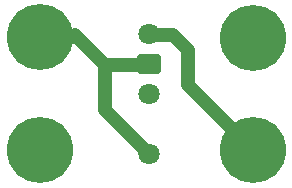
<source format=gbr>
%TF.GenerationSoftware,KiCad,Pcbnew,7.0.7*%
%TF.CreationDate,2024-03-28T13:05:56+05:30*%
%TF.ProjectId,korby,6b6f7262-792e-46b6-9963-61645f706362,rev?*%
%TF.SameCoordinates,Original*%
%TF.FileFunction,Copper,L2,Bot*%
%TF.FilePolarity,Positive*%
%FSLAX46Y46*%
G04 Gerber Fmt 4.6, Leading zero omitted, Abs format (unit mm)*
G04 Created by KiCad (PCBNEW 7.0.7) date 2024-03-28 13:05:56*
%MOMM*%
%LPD*%
G01*
G04 APERTURE LIST*
G04 Aperture macros list*
%AMRoundRect*
0 Rectangle with rounded corners*
0 $1 Rounding radius*
0 $2 $3 $4 $5 $6 $7 $8 $9 X,Y pos of 4 corners*
0 Add a 4 corners polygon primitive as box body*
4,1,4,$2,$3,$4,$5,$6,$7,$8,$9,$2,$3,0*
0 Add four circle primitives for the rounded corners*
1,1,$1+$1,$2,$3*
1,1,$1+$1,$4,$5*
1,1,$1+$1,$6,$7*
1,1,$1+$1,$8,$9*
0 Add four rect primitives between the rounded corners*
20,1,$1+$1,$2,$3,$4,$5,0*
20,1,$1+$1,$4,$5,$6,$7,0*
20,1,$1+$1,$6,$7,$8,$9,0*
20,1,$1+$1,$8,$9,$2,$3,0*%
G04 Aperture macros list end*
%TA.AperFunction,ComponentPad*%
%ADD10C,5.600000*%
%TD*%
%TA.AperFunction,ComponentPad*%
%ADD11C,1.800000*%
%TD*%
%TA.AperFunction,ComponentPad*%
%ADD12RoundRect,0.250000X0.750000X-0.600000X0.750000X0.600000X-0.750000X0.600000X-0.750000X-0.600000X0*%
%TD*%
%TA.AperFunction,ComponentPad*%
%ADD13C,1.700000*%
%TD*%
%TA.AperFunction,Conductor*%
%ADD14C,1.200000*%
%TD*%
G04 APERTURE END LIST*
D10*
%TO.P,H2,1,1*%
%TO.N,Net-(J1-Pin_2)*%
X150750000Y-83750000D03*
%TD*%
%TO.P,H4,1*%
%TO.N,N/C*%
X132750000Y-83750000D03*
%TD*%
%TO.P,H3,1*%
%TO.N,N/C*%
X150750000Y-74250000D03*
%TD*%
D11*
%TO.P,SW1,1,A*%
%TO.N,Net-(J1-Pin_2)*%
X142000000Y-73920000D03*
%TO.P,SW1,2,B*%
%TO.N,Net-(J1-Pin_1)*%
X142000000Y-84080000D03*
%TO.P,SW1,3,C*%
%TO.N,unconnected-(SW1-C-Pad3)*%
X142000000Y-79000000D03*
%TD*%
D10*
%TO.P,H1,1,1*%
%TO.N,Net-(J1-Pin_1)*%
X132750000Y-74168000D03*
%TD*%
D12*
%TO.P,J1,1,Pin_1*%
%TO.N,Net-(J1-Pin_1)*%
X141995000Y-76420000D03*
D13*
%TO.P,J1,2,Pin_2*%
%TO.N,Net-(J1-Pin_2)*%
X141995000Y-73920000D03*
%TD*%
D14*
%TO.N,Net-(J1-Pin_1)*%
X138250000Y-76500000D02*
X142000000Y-76500000D01*
X138250000Y-76500000D02*
X135750000Y-74000000D01*
X138250000Y-80330000D02*
X138250000Y-76500000D01*
X135582000Y-74168000D02*
X132750000Y-74168000D01*
X142000000Y-84080000D02*
X138250000Y-80330000D01*
X135750000Y-74000000D02*
X135582000Y-74168000D01*
%TO.N,Net-(J1-Pin_2)*%
X145250000Y-75250000D02*
X145250000Y-78250000D01*
X144000000Y-74000000D02*
X145250000Y-75250000D01*
X142000000Y-74000000D02*
X144000000Y-74000000D01*
X145250000Y-78250000D02*
X150750000Y-83750000D01*
%TD*%
M02*

</source>
